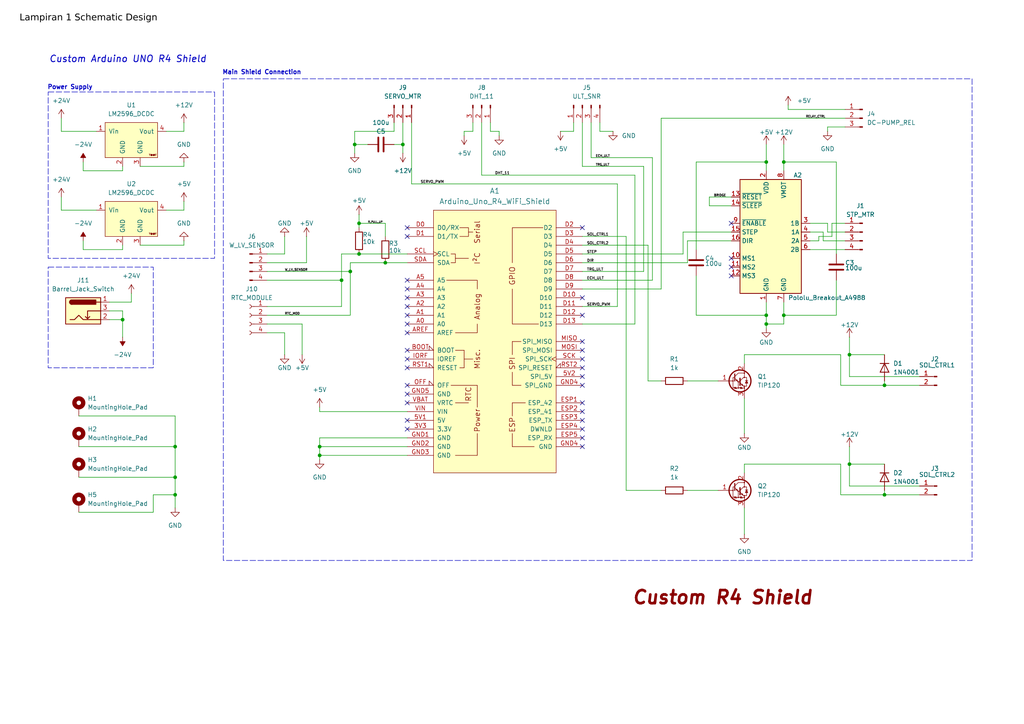
<source format=kicad_sch>
(kicad_sch (version 20231120) (generator "eeschema") (generator_version "8.0")
  (paper "A4")
  (title_block (title "Custom Arduino UNO R4 Shield") (date "2024-02-26") (rev "Rev/01") (company "Muhammad Farid Rahman"))
  (lib_symbols
    (symbol "Connector:Barrel_Jack_Switch" (pin_names hide)
      (property "Reference" "J" (at 0 5.334 0))
      (property "Value" "Barrel_Jack_Switch" (at 0 -5.08 0))
      (symbol "Barrel_Jack_Switch_0_1"
        (rectangle (start -5.08 3.81) (end 5.08 -3.81) (stroke (width 0.254)) (fill (type background)))
        (arc (start -3.302 3.175) (mid -3.9343 2.54) (end -3.302 1.905) (stroke (width 0.254)))
        (arc (start -3.302 3.175) (mid -3.9343 2.54) (end -3.302 1.905) (stroke (width 0.254)) (fill (type outline)))
        (polyline (pts (xy 1.27 -2.286) (xy 1.905 -1.651)) (stroke (width 0.254)))
        (polyline (pts (xy 5.08 2.54) (xy 3.81 2.54)) (stroke (width 0.254)))
        (polyline (pts (xy 5.08 0) (xy 1.27 0) (xy 1.27 -2.286) (xy 0.635 -1.651)) (stroke (width 0.254)))
        (polyline (pts (xy -3.81 -2.54) (xy -2.54 -2.54) (xy -1.27 -1.27) (xy 0 -2.54) (xy 2.54 -2.54) (xy 5.08 -2.54)) (stroke (width 0.254)))
        (rectangle (start 3.683 3.175) (end -3.302 1.905) (stroke (width 0.254)) (fill (type outline)))
      )
      (symbol "Barrel_Jack_Switch_1_1"
        (pin passive line (at 7.62 2.54 180) (length 2.54) (name "~") (number "1"))
        (pin passive line (at 7.62 -2.54 180) (length 2.54) (name "~") (number "2"))
        (pin passive line (at 7.62 0 180) (length 2.54) (name "~") (number "3"))
      )
    )
    (symbol "Connector:Conn_01x02_Pin" (pin_names (offset 1.016) hide)
      (property "Reference" "J" (at 0 2.54 0))
      (property "Value" "Conn_01x02_Pin" (at 0 -5.08 0))
      (symbol "Conn_01x02_Pin_1_1"
        (polyline (pts (xy 1.27 -2.54) (xy 0.8636 -2.54)) (stroke (width 0.1524)))
        (polyline (pts (xy 1.27 0) (xy 0.8636 0)) (stroke (width 0.1524)))
        (rectangle (start 0.8636 -2.413) (end 0 -2.667) (stroke (width 0.1524)) (fill (type outline)))
        (rectangle (start 0.8636 0.127) (end 0 -0.127) (stroke (width 0.1524)) (fill (type outline)))
        (pin passive line (at 5.08 0 180) (length 3.81) (name "Pin_1") (number "1"))
        (pin passive line (at 5.08 -2.54 180) (length 3.81) (name "Pin_2") (number "2"))
      )
    )
    (symbol "Connector:Conn_01x03_Pin" (pin_names (offset 1.016) hide)
      (property "Reference" "J" (at 0 5.08 0))
      (property "Value" "Conn_01x03_Pin" (at 0 -5.08 0))
      (symbol "Conn_01x03_Pin_1_1"
        (polyline (pts (xy 1.27 -2.54) (xy 0.8636 -2.54)) (stroke (width 0.1524)))
        (polyline (pts (xy 1.27 0) (xy 0.8636 0)) (stroke (width 0.1524)))
        (polyline (pts (xy 1.27 2.54) (xy 0.8636 2.54)) (stroke (width 0.1524)))
        (rectangle (start 0.8636 -2.413) (end 0 -2.667) (stroke (width 0.1524)) (fill (type outline)))
        (rectangle (start 0.8636 0.127) (end 0 -0.127) (stroke (width 0.1524)) (fill (type outline)))
        (rectangle (start 0.8636 2.667) (end 0 2.413) (stroke (width 0.1524)) (fill (type outline)))
        (pin passive line (at 5.08 2.54 180) (length 3.81) (name "Pin_1") (number "1"))
        (pin passive line (at 5.08 0 180) (length 3.81) (name "Pin_2") (number "2"))
        (pin passive line (at 5.08 -2.54 180) (length 3.81) (name "Pin_3") (number "3"))
      )
    )
    (symbol "Connector:Conn_01x04_Pin" (pin_names (offset 1.016) hide)
      (property "Reference" "J" (at 0 5.08 0))
      (property "Value" "Conn_01x04_Pin" (at 0 -7.62 0))
      (symbol "Conn_01x04_Pin_1_1"
        (polyline (pts (xy 1.27 -5.08) (xy 0.8636 -5.08)) (stroke (width 0.1524)))
        (polyline (pts (xy 1.27 -2.54) (xy 0.8636 -2.54)) (stroke (width 0.1524)))
        (polyline (pts (xy 1.27 0) (xy 0.8636 0)) (stroke (width 0.1524)))
        (polyline (pts (xy 1.27 2.54) (xy 0.8636 2.54)) (stroke (width 0.1524)))
        (rectangle (start 0.8636 -4.953) (end 0 -5.207) (stroke (width 0.1524)) (fill (type outline)))
        (rectangle (start 0.8636 -2.413) (end 0 -2.667) (stroke (width 0.1524)) (fill (type outline)))
        (rectangle (start 0.8636 0.127) (end 0 -0.127) (stroke (width 0.1524)) (fill (type outline)))
        (rectangle (start 0.8636 2.667) (end 0 2.413) (stroke (width 0.1524)) (fill (type outline)))
        (pin passive line (at 5.08 2.54 180) (length 3.81) (name "Pin_1") (number "1"))
        (pin passive line (at 5.08 0 180) (length 3.81) (name "Pin_2") (number "2"))
        (pin passive line (at 5.08 -2.54 180) (length 3.81) (name "Pin_3") (number "3"))
        (pin passive line (at 5.08 -5.08 180) (length 3.81) (name "Pin_4") (number "4"))
      )
    )
    (symbol "Connector:Conn_01x04_Socket" (pin_names (offset 1.016) hide)
      (property "Reference" "J" (at 0 5.08 0))
      (property "Value" "Conn_01x04_Socket" (at 0 -7.62 0))
      (symbol "Conn_01x04_Socket_1_1"
        (arc (start 0 -4.572) (mid -0.5058 -5.08) (end 0 -5.588) (stroke (width 0.1524)))
        (arc (start 0 -2.032) (mid -0.5058 -2.54) (end 0 -3.048) (stroke (width 0.1524)))
        (polyline (pts (xy -1.27 -5.08) (xy -0.508 -5.08)) (stroke (width 0.1524)))
        (polyline (pts (xy -1.27 -2.54) (xy -0.508 -2.54)) (stroke (width 0.1524)))
        (polyline (pts (xy -1.27 0) (xy -0.508 0)) (stroke (width 0.1524)))
        (polyline (pts (xy -1.27 2.54) (xy -0.508 2.54)) (stroke (width 0.1524)))
        (arc (start 0 0.508) (mid -0.5058 0) (end 0 -0.508) (stroke (width 0.1524)))
        (arc (start 0 3.048) (mid -0.5058 2.54) (end 0 2.032) (stroke (width 0.1524)))
        (pin passive line (at -5.08 2.54 0) (length 3.81) (name "Pin_1") (number "1"))
        (pin passive line (at -5.08 0 0) (length 3.81) (name "Pin_2") (number "2"))
        (pin passive line (at -5.08 -2.54 0) (length 3.81) (name "Pin_3") (number "3"))
        (pin passive line (at -5.08 -5.08 0) (length 3.81) (name "Pin_4") (number "4"))
      )
    )
    (symbol "Device:C" (pin_numbers hide) (pin_names (offset 0.254))
      (property "Reference" "C" (at 0.635 2.54 0))
      (property "Value" "C" (at 0.635 -2.54 0))
      (symbol "C_0_1"
        (polyline (pts (xy -2.032 -0.762) (xy 2.032 -0.762)) (stroke (width 0.508)))
        (polyline (pts (xy -2.032 0.762) (xy 2.032 0.762)) (stroke (width 0.508)))
      )
      (symbol "C_1_1"
        (pin passive line (at 0 3.81 270) (length 2.794) (name "~") (number "1"))
        (pin passive line (at 0 -3.81 90) (length 2.794) (name "~") (number "2"))
      )
    )
    (symbol "Device:R" (pin_numbers hide) (pin_names (offset 0))
      (property "Reference" "R" (at 2.032 0 90))
      (property "Value" "R" (at 0 0 90))
      (symbol "R_0_1"
        (rectangle (start -1.016 -2.54) (end 1.016 2.54) (stroke (width 0.254)))
      )
      (symbol "R_1_1"
        (pin passive line (at 0 3.81 270) (length 1.27) (name "~") (number "1"))
        (pin passive line (at 0 -3.81 90) (length 1.27) (name "~") (number "2"))
      )
    )
    (symbol "Diode:1N4001" (pin_numbers hide) (pin_names hide)
      (property "Reference" "D" (at 0 2.54 0))
      (property "Value" "1N4001" (at 0 -2.54 0))
      (symbol "1N4001_0_1"
        (polyline (pts (xy -1.27 1.27) (xy -1.27 -1.27)) (stroke (width 0.254)))
        (polyline (pts (xy 1.27 0) (xy -1.27 0)))
        (polyline (pts (xy 1.27 1.27) (xy 1.27 -1.27) (xy -1.27 0) (xy 1.27 1.27)) (stroke (width 0.254)))
      )
      (symbol "1N4001_1_1"
        (pin passive line (at -3.81 0 0) (length 2.54) (name "K") (number "1"))
        (pin passive line (at 3.81 0 180) (length 2.54) (name "A") (number "2"))
      )
    )
    (symbol "Driver_Motor:Pololu_Breakout_A4988"
      (property "Reference" "A" (at -2.54 19.05 0))
      (property "Value" "Pololu_Breakout_A4988" (at -2.54 16.51 0))
      (symbol "Pololu_Breakout_A4988_0_1"
        (rectangle (start 10.16 -17.78) (end -7.62 15.24) (stroke (width 0.254)) (fill (type background)))
      )
      (symbol "Pololu_Breakout_A4988_1_1"
        (pin power_in line (at 0 -20.32 90) (length 2.54) (name "GND") (number "1"))
        (pin input line (at -10.16 -7.62 0) (length 2.54) (name "MS1") (number "10"))
        (pin input line (at -10.16 -10.16 0) (length 2.54) (name "MS2") (number "11"))
        (pin input line (at -10.16 -12.7 0) (length 2.54) (name "MS3") (number "12"))
        (pin input line (at -10.16 10.16 0) (length 2.54) (name "~{RESET}") (number "13"))
        (pin input line (at -10.16 7.62 0) (length 2.54) (name "~{SLEEP}") (number "14"))
        (pin input line (at -10.16 0 0) (length 2.54) (name "STEP") (number "15"))
        (pin input line (at -10.16 -2.54 0) (length 2.54) (name "DIR") (number "16"))
        (pin power_in line (at 0 17.78 270) (length 2.54) (name "VDD") (number "2"))
        (pin output line (at 12.7 2.54 180) (length 2.54) (name "1B") (number "3"))
        (pin output line (at 12.7 0 180) (length 2.54) (name "1A") (number "4"))
        (pin output line (at 12.7 -2.54 180) (length 2.54) (name "2A") (number "5"))
        (pin output line (at 12.7 -5.08 180) (length 2.54) (name "2B") (number "6"))
        (pin power_in line (at 5.08 -20.32 90) (length 2.54) (name "GND") (number "7"))
        (pin power_in line (at 5.08 17.78 270) (length 2.54) (name "VMOT") (number "8"))
        (pin input line (at -10.16 2.54 0) (length 2.54) (name "~{ENABLE}") (number "9"))
      )
    )
    (symbol "Mechanical:MountingHole_Pad" (pin_numbers hide) (pin_names (offset 1.016) hide)
      (property "Reference" "H" (at 0 6.35 0))
      (property "Value" "MountingHole_Pad" (at 0 4.445 0))
      (symbol "MountingHole_Pad_0_1"
        (circle (center 0 1.27) (radius 1.27) (stroke (width 1.27)))
      )
      (symbol "MountingHole_Pad_1_1"
        (pin input line (at 0 -2.54 90) (length 2.54) (name "1") (number "1"))
      )
    )
    (symbol "PCM_arduino-library:Arduino_Uno_R4_WiFi_Shield" (pin_names (offset 1.016))
      (property "Reference" "A" (at 0 43.18 0))
      (property "Value" "Arduino_Uno_R4_WiFi_Shield" (at 0 40.64 0))
      (symbol "Arduino_Uno_R4_WiFi_Shield_0_0"
        (rectangle (start -17.78 38.1) (end 17.78 -38.1) (fill (type background)))
        (rectangle (start -12.7 -12.7) (end -5.08 -12.7))
        (rectangle (start -11.43 -33.02) (end -5.08 -33.02))
        (rectangle (start -10.16 -7.62) (end -8.89 -7.62))
        (rectangle (start -8.89 -7.62) (end -8.89 -2.54))
        (rectangle (start -8.89 -5.08) (end -6.35 -5.08))
        (rectangle (start -8.89 -2.54) (end -11.43 -2.54))
        (polyline (pts (xy -11.43 24.13) (xy -7.62 24.13)))
        (polyline (pts (xy -7.62 31.75) (xy -6.35 31.75)))
        (polyline (pts (xy -5.08 -26.67) (xy -5.08 -33.02)))
        (polyline (pts (xy -5.08 -12.7) (xy -5.08 -19.05)))
        (polyline (pts (xy -5.08 5.08) (xy -5.08 2.54) (xy -11.43 2.54)))
        (polyline (pts (xy -5.08 15.24) (xy -5.08 17.78) (xy -13.97 17.78)))
        (polyline (pts (xy 5.08 15.24) (xy 5.08 5.08) (xy 12.7 5.08)))
        (polyline (pts (xy 5.08 22.86) (xy 5.08 33.02) (xy 13.97 33.02)))
        (polyline (pts (xy -12.7 25.4) (xy -11.43 25.4) (xy -11.43 22.86) (xy -12.7 22.86)))
        (polyline (pts (xy -10.16 33.02) (xy -7.62 33.02) (xy -7.62 30.48) (xy -10.16 30.48)))
        (rectangle (start 5.08 -30.48) (end 5.08 -26.67))
        (rectangle (start 5.08 -30.48) (end 11.43 -30.48))
        (rectangle (start 5.08 -21.59) (end 5.08 -17.78))
        (rectangle (start 5.08 -17.78) (end 8.89 -17.78))
        (rectangle (start 5.08 -12.7) (end 5.08 -8.89))
        (rectangle (start 5.08 -12.7) (end 7.62 -12.7))
        (rectangle (start 5.08 -3.81) (end 5.08 0))
        (rectangle (start 7.62 0) (end 5.08 0))
        (text "Analog" (at -5.08 10.16 900) (effects (font (size 1.524 1.524))))
        (text "ESP" (at 5.08 -24.13 900) (effects (font (size 1.524 1.524))))
        (text "I²C" (at -5.08 24.13 900) (effects (font (size 1.524 1.524))))
        (text "Misc." (at -5.08 -5.08 900) (effects (font (size 1.524 1.524))))
        (text "Power" (at -5.08 -22.86 900) (effects (font (size 1.524 1.524))))
        (text "RTC" (at -7.62 -15.24 900) (effects (font (size 1.524 1.524))))
        (text "Serial" (at -5.08 31.75 900) (effects (font (size 1.524 1.524))))
        (text "SPI" (at 5.08 -6.35 900) (effects (font (size 1.524 1.524))))
      )
      (symbol "Arduino_Uno_R4_WiFi_Shield_0_1"
        (polyline (pts (xy -11.43 -17.78) (xy -7.62 -17.78)))
      )
      (symbol "Arduino_Uno_R4_WiFi_Shield_1_0"
        (text "GPIO" (at 5.08 19.05 900) (effects (font (size 1.524 1.524))))
      )
      (symbol "Arduino_Uno_R4_WiFi_Shield_1_1"
        (pin power_out line (at -25.4 -25.4 0) (length 7.62) (name "3.3V") (number "3V3"))
        (pin power_in line (at -25.4 -22.86 0) (length 7.62) (name "5V") (number "5V1"))
        (pin power_in line (at 25.4 -10.16 180) (length 7.62) (name "SPI_5V") (number "5V2"))
        (pin bidirectional line (at -25.4 5.08 0) (length 7.62) (name "A0") (number "A0"))
        (pin bidirectional line (at -25.4 7.62 0) (length 7.62) (name "A1") (number "A1"))
        (pin bidirectional line (at -25.4 10.16 0) (length 7.62) (name "A2") (number "A2"))
        (pin bidirectional line (at -25.4 12.7 0) (length 7.62) (name "A3") (number "A3"))
        (pin bidirectional line (at -25.4 15.24 0) (length 7.62) (name "A4") (number "A4"))
        (pin bidirectional line (at -25.4 17.78 0) (length 7.62) (name "A5") (number "A5"))
        (pin input line (at -25.4 2.54 0) (length 7.62) (name "AREF") (number "AREF"))
        (pin input input_low (at -25.4 -2.54 0) (length 7.62) (name "BOOT") (number "BOOT"))
        (pin bidirectional line (at -25.4 33.02 0) (length 7.62) (name "D0/RX") (number "D0"))
        (pin bidirectional line (at -25.4 30.48 0) (length 7.62) (name "D1/TX") (number "D1"))
        (pin bidirectional line (at 25.4 12.7 180) (length 7.62) (name "D10") (number "D10"))
        (pin bidirectional line (at 25.4 10.16 180) (length 7.62) (name "D11") (number "D11"))
        (pin bidirectional line (at 25.4 7.62 180) (length 7.62) (name "D12") (number "D12"))
        (pin bidirectional line (at 25.4 5.08 180) (length 7.62) (name "D13") (number "D13"))
        (pin bidirectional line (at 25.4 33.02 180) (length 7.62) (name "D2") (number "D2"))
        (pin bidirectional line (at 25.4 30.48 180) (length 7.62) (name "D3") (number "D3"))
        (pin bidirectional line (at 25.4 27.94 180) (length 7.62) (name "D4") (number "D4"))
        (pin bidirectional line (at 25.4 25.4 180) (length 7.62) (name "D5") (number "D5"))
        (pin bidirectional line (at 25.4 22.86 180) (length 7.62) (name "D6") (number "D6"))
        (pin bidirectional line (at 25.4 20.32 180) (length 7.62) (name "D7") (number "D7"))
        (pin bidirectional line (at 25.4 17.78 180) (length 7.62) (name "D8") (number "D8"))
        (pin bidirectional line (at 25.4 15.24 180) (length 7.62) (name "D9") (number "D9"))
        (pin bidirectional line (at 25.4 -17.78 180) (length 7.62) (name "ESP_42") (number "ESP1"))
        (pin bidirectional line (at 25.4 -20.32 180) (length 7.62) (name "ESP_41") (number "ESP2"))
        (pin bidirectional line (at 25.4 -22.86 180) (length 7.62) (name "ESP_TX") (number "ESP3"))
        (pin bidirectional line (at 25.4 -25.4 180) (length 7.62) (name "DWNLD") (number "ESP4"))
        (pin bidirectional line (at 25.4 -27.94 180) (length 7.62) (name "ESP_RX") (number "ESP5"))
        (pin power_in line (at -25.4 -27.94 0) (length 7.62) (name "GND") (number "GND1"))
        (pin power_in line (at -25.4 -30.48 0) (length 7.62) (name "GND") (number "GND2"))
        (pin power_in line (at -25.4 -33.02 0) (length 7.62) (name "GND") (number "GND3"))
        (pin power_in line (at 25.4 -30.48 180) (length 7.62) (name "GND") (number "GND4"))
        (pin power_in line (at 25.4 -12.7 180) (length 7.62) (name "SPI_GND") (number "GND4"))
        (pin power_in line (at -25.4 -15.24 0) (length 7.62) (name "GND") (number "GND5"))
        (pin output line (at -25.4 -5.08 0) (length 7.62) (name "IOREF") (number "IORF"))
        (pin input line (at 25.4 0 180) (length 7.62) (name "SPI_MISO") (number "MISO"))
        (pin output line (at 25.4 -2.54 180) (length 7.62) (name "SPI_MOSI") (number "MOSI"))
        (pin input input_low (at -25.4 -12.7 0) (length 7.62) (name "OFF") (number "OFF"))
        (pin open_collector input_low (at -25.4 -7.62 0) (length 7.62) (name "RESET") (number "RST1"))
        (pin open_collector input_low (at 25.4 -7.62 180) (length 7.62) (name "SPI_RESET") (number "RST2"))
        (pin output clock (at 25.4 -5.08 180) (length 7.62) (name "SPI_SCK") (number "SCK"))
        (pin bidirectional clock (at -25.4 25.4 0) (length 7.62) (name "SCL") (number "SCL"))
        (pin bidirectional line (at -25.4 22.86 0) (length 7.62) (name "SDA") (number "SDA"))
        (pin power_in line (at -25.4 -17.78 0) (length 7.62) (name "VRTC") (number "VBAT"))
        (pin power_in line (at -25.4 -20.32 0) (length 7.62) (name "VIN") (number "VIN"))
      )
    )
    (symbol "Transistor_BJT:TIP120" (pin_names (offset 0) hide)
      (property "Reference" "Q" (at 5.08 1.905 0))
      (property "Value" "TIP120" (at 5.08 0 0))
      (symbol "TIP120_0_1"
        (circle (center -0.762 0) (radius 0.127))
        (polyline (pts (xy -1.27 0) (xy -0.889 0)))
        (polyline (pts (xy 2.54 -2.032) (xy 2.54 -2.54)))
        (polyline (pts (xy 2.54 -1.524) (xy 3.175 -1.524)))
        (polyline (pts (xy 2.794 0.127) (xy 3.556 0.127)))
        (polyline (pts (xy 3.175 -0.635) (xy 3.175 -1.524)))
        (polyline (pts (xy 3.175 1.016) (xy 2.54 1.016)))
        (polyline (pts (xy 3.175 1.016) (xy 3.175 0.127)))
        (polyline (pts (xy -0.254 0.762) (xy 0.762 -0.254) (xy 1.27 -0.254)))
        (polyline (pts (xy -0.254 1.016) (xy -0.762 1.016) (xy -0.762 -2.032)))
        (polyline (pts (xy -0.254 1.27) (xy 0.762 2.286) (xy 2.54 2.286)))
        (polyline (pts (xy -0.254 2.032) (xy -0.254 0) (xy -0.254 0)) (stroke (width 0.3048)))
        (polyline (pts (xy 1.27 0.762) (xy 1.27 -1.27) (xy 1.27 -1.27)) (stroke (width 0.381)))
        (polyline (pts (xy 0.635 -0.127) (xy 0.381 0.381) (xy 0.127 0.127) (xy 0.635 -0.127)))
        (polyline (pts (xy 1.27 -0.508) (xy 2.286 -1.524) (xy 2.54 -1.524) (xy 2.54 -2.032)))
        (polyline (pts (xy 1.27 0) (xy 2.286 1.016) (xy 2.54 1.016) (xy 2.54 2.286)))
        (polyline (pts (xy 2.159 -1.397) (xy 1.905 -0.889) (xy 1.651 -1.143) (xy 2.159 -1.397)))
        (polyline (pts (xy 3.175 0.127) (xy 2.794 -0.635) (xy 3.556 -0.635) (xy 3.175 0.127)) (fill (type outline)))
        (polyline (pts (xy 0.762 -2.032) (xy 0.381 -2.032) (xy 0.254 -2.286) (xy 0.127 -1.778) (xy 0 -2.286) (xy -0.127 -1.778) (xy -0.254 -2.286) (xy -0.381 -1.778) (xy -0.508 -2.032) (xy -0.762 -2.032)))
        (polyline (pts (xy 0.762 -0.254) (xy 0.762 -2.032) (xy 1.143 -2.032) (xy 1.27 -1.778) (xy 1.397 -2.286) (xy 1.524 -1.778) (xy 1.651 -2.286) (xy 1.778 -1.778) (xy 1.905 -2.286) (xy 2.032 -2.032) (xy 2.54 -2.032)))
        (circle (center 0.762 -2.032) (radius 0.127))
        (circle (center 0.762 -0.254) (radius 0.127))
        (circle (center 1.27 0) (radius 3.175) (stroke (width 0.3556)))
        (circle (center 2.54 -2.032) (radius 0.127))
        (circle (center 2.54 -1.524) (radius 0.127))
        (circle (center 2.54 1.016) (radius 0.127))
        (circle (center 2.54 2.286) (radius 0.127))
      )
      (symbol "TIP120_1_1"
        (pin input line (at -5.08 0 0) (length 3.81) (name "B") (number "1"))
        (pin passive line (at 2.54 5.08 270) (length 2.667) (name "C") (number "2"))
        (pin passive line (at 2.54 -5.08 90) (length 2.54) (name "E") (number "3"))
      )
    )
    (symbol "power:+12V" (power) (pin_numbers hide) (pin_names (offset 0) hide)
      (property "Value" "+12V" (at 0 3.556 0))
      (symbol "+12V_0_1"
        (polyline (pts (xy -0.762 1.27) (xy 0 2.54)))
        (polyline (pts (xy 0 0) (xy 0 2.54)))
        (polyline (pts (xy 0 2.54) (xy 0.762 1.27)))
      )
      (symbol "+12V_1_1"
        (pin power_in line (at 0 0 90) (length 0) (name "~") (number "1"))
      )
    )
    (symbol "power:+24V" (power) (pin_numbers hide) (pin_names (offset 0) hide)
      (property "Value" "+24V" (at 0 3.556 0))
      (symbol "+24V_0_1"
        (polyline (pts (xy -0.762 1.27) (xy 0 2.54)))
        (polyline (pts (xy 0 0) (xy 0 2.54)))
        (polyline (pts (xy 0 2.54) (xy 0.762 1.27)))
      )
      (symbol "+24V_1_1"
        (pin power_in line (at 0 0 90) (length 0) (name "~") (number "1"))
      )
    )
    (symbol "power:+5V" (power) (pin_numbers hide) (pin_names (offset 0) hide)
      (property "Value" "+5V" (at 0 3.556 0))
      (symbol "+5V_0_1"
        (polyline (pts (xy -0.762 1.27) (xy 0 2.54)))
        (polyline (pts (xy 0 0) (xy 0 2.54)))
        (polyline (pts (xy 0 2.54) (xy 0.762 1.27)))
      )
      (symbol "+5V_1_1"
        (pin power_in line (at 0 0 90) (length 0) (name "~") (number "1"))
      )
    )
    (symbol "power:-24V" (power) (pin_numbers hide) (pin_names (offset 0) hide)
      (property "Value" "-24V" (at 0 3.556 0))
      (symbol "-24V_0_0"
        (pin power_in line (at 0 0 90) (length 0) (name "~") (number "1"))
      )
      (symbol "-24V_0_1"
        (polyline (pts (xy 0 0) (xy 0 1.27) (xy 0.762 1.27) (xy 0 2.54) (xy -0.762 1.27) (xy 0 1.27)) (fill (type outline)))
      )
    )
    (symbol "power:GND" (power) (pin_numbers hide) (pin_names (offset 0) hide)
      (property "Value" "GND" (at 0 -3.81 0))
      (symbol "GND_0_1"
        (polyline (pts (xy 0 0) (xy 0 -1.27) (xy 1.27 -1.27) (xy 0 -2.54) (xy -1.27 -1.27) (xy 0 -1.27)))
      )
      (symbol "GND_1_1"
        (pin power_in line (at 0 0 270) (length 0) (name "~") (number "1"))
      )
    )
    (symbol "yaaj_dcdc_stepdown_lm2596:YAAJ_DCDC_StepDown_LM2596" (pin_names (offset 1.016))
      (property "Reference" "U" (at -5.08 6.35 0))
      (property "Value" "YAAJ_DCDC_StepDown_LM2596" (at 0 11.43 0))
      (symbol "YAAJ_DCDC_StepDown_LM2596_0_1"
        (rectangle (start -7.62 5.08) (end 7.62 -5.08) (fill (type background)))
      )
      (symbol "YAAJ_DCDC_StepDown_LM2596_1_1"
        (text "Y@@V" (at 6.1976 -4.2672 0) (effects (font (size 0.508 0.508))))
        (pin power_in line (at -10.16 2.54 0) (length 2.54) (name "Vin") (number "1"))
        (pin power_in line (at -2.54 -7.62 90) (length 2.54) (name "GND") (number "2"))
        (pin power_in line (at 2.54 -7.62 90) (length 2.54) (name "GND") (number "3"))
        (pin power_out line (at 10.16 2.54 180) (length 2.54) (name "Vout") (number "4"))
      )
    )
  )
  (junction (at 222.25 93.98))
  (junction (at 116.84 41.91))
  (junction (at 111.76 76.2))
  (junction (at 104.14 73.66))
  (junction (at 246.38 102.87))
  (junction (at 102.87 41.91))
  (junction (at 50.8 129.54))
  (junction (at 35.56 92.71))
  (junction (at 101.6 78.74))
  (junction (at 256.54 143.51))
  (junction (at 256.54 111.76))
  (junction (at 92.71 132.08))
  (junction (at 99.06 81.28))
  (junction (at 227.33 46.99))
  (junction (at 104.14 64.77))
  (junction (at 222.25 46.99))
  (junction (at 50.8 138.43))
  (junction (at 50.8 143.51))
  (junction (at 92.71 129.54))
  (junction (at 246.38 134.62))
  (junction (at 227.33 91.44))
  (junction (at 222.25 91.44))
  (no_connect (at 118.11 114.3))
  (no_connect (at 168.91 129.54))
  (no_connect (at 118.11 124.46))
  (no_connect (at 118.11 81.28))
  (no_connect (at 118.11 66.04))
  (no_connect (at 168.91 106.68))
  (no_connect (at 118.11 101.6))
  (no_connect (at 118.11 111.76))
  (no_connect (at 168.91 66.04))
  (no_connect (at 168.91 111.76))
  (no_connect (at 212.09 64.77))
  (no_connect (at 168.91 116.84))
  (no_connect (at 118.11 88.9))
  (no_connect (at 118.11 106.68))
  (no_connect (at 168.91 99.06))
  (no_connect (at 118.11 116.84))
  (no_connect (at 212.09 77.47))
  (no_connect (at 168.91 119.38))
  (no_connect (at 168.91 86.36))
  (no_connect (at 168.91 127))
  (no_connect (at 118.11 86.36))
  (no_connect (at 118.11 91.44))
  (no_connect (at 118.11 93.98))
  (no_connect (at 118.11 121.92))
  (no_connect (at 118.11 96.52))
  (no_connect (at 168.91 104.14))
  (no_connect (at 168.91 124.46))
  (no_connect (at 118.11 104.14))
  (no_connect (at 212.09 74.93))
  (no_connect (at 118.11 68.58))
  (no_connect (at 168.91 121.92))
  (no_connect (at 168.91 91.44))
  (no_connect (at 118.11 83.82))
  (no_connect (at 168.91 109.22))
  (no_connect (at 212.09 80.01))
  (no_connect (at 168.91 101.6))
  (wire (pts (xy 31.75 90.17) (xy 35.56 90.17)))
  (wire (pts (xy 215.9 147.32) (xy 215.9 154.94)))
  (wire (pts (xy 184.15 50.8) (xy 184.15 93.98)))
  (wire (pts (xy 82.55 96.52) (xy 82.55 102.87)))
  (wire (pts (xy 139.7 35.56) (xy 139.7 50.8)))
  (wire (pts (xy 104.14 64.77) (xy 111.76 64.77)))
  (wire (pts (xy 215.9 134.62) (xy 243.84 134.62)))
  (wire (pts (xy 234.95 67.31) (xy 238.76 67.31)))
  (wire (pts (xy 50.8 138.43) (xy 50.8 143.51)))
  (wire (pts (xy 99.06 73.66) (xy 104.14 73.66)))
  (wire (pts (xy 77.47 73.66) (xy 82.55 73.66)))
  (wire (pts (xy 102.87 41.91) (xy 106.68 41.91)))
  (wire (pts (xy 92.71 132.08) (xy 118.11 132.08)))
  (wire (pts (xy 35.56 48.26) (xy 35.56 49.53)))
  (wire (pts (xy 245.11 69.85) (xy 238.76 69.85)))
  (wire (pts (xy 168.91 35.56) (xy 168.91 48.26)))
  (wire (pts (xy 92.71 132.08) (xy 92.71 133.35)))
  (wire (pts (xy 256.54 142.24) (xy 256.54 143.51)))
  (wire (pts (xy 181.61 68.58) (xy 181.61 142.24)))
  (wire (pts (xy 186.69 78.74) (xy 168.91 78.74)))
  (wire (pts (xy 111.76 76.2) (xy 118.11 76.2)))
  (wire (pts (xy 168.91 73.66) (xy 198.12 73.66)))
  (wire (pts (xy 234.95 69.85) (xy 237.49 69.85)))
  (wire (pts (xy 38.1 85.09) (xy 38.1 87.63)))
  (wire (pts (xy 168.91 88.9) (xy 179.07 88.9)))
  (wire (pts (xy 215.9 102.87) (xy 243.84 102.87)))
  (wire (pts (xy 228.6 31.75) (xy 228.6 30.48)))
  (wire (pts (xy 246.38 134.62) (xy 256.54 134.62)))
  (wire (pts (xy 191.77 34.29) (xy 245.11 34.29)))
  (wire (pts (xy 246.38 97.79) (xy 246.38 102.87)))
  (wire (pts (xy 142.24 38.1) (xy 144.78 38.1)))
  (wire (pts (xy 102.87 41.91) (xy 102.87 44.45)))
  (wire (pts (xy 162.56 38.1) (xy 166.37 38.1)))
  (wire (pts (xy 104.14 64.77) (xy 104.14 66.04)))
  (wire (pts (xy 77.47 93.98) (xy 87.63 93.98)))
  (wire (pts (xy 111.76 76.2) (xy 101.6 76.2)))
  (wire (pts (xy 102.87 38.1) (xy 102.87 41.91)))
  (wire (pts (xy 114.3 35.56) (xy 114.3 38.1)))
  (wire (pts (xy 240.03 36.83) (xy 245.11 36.83)))
  (wire (pts (xy 35.56 90.17) (xy 35.56 92.71)))
  (wire (pts (xy 222.25 91.44) (xy 222.25 87.63)))
  (wire (pts (xy 215.9 134.62) (xy 215.9 137.16)))
  (wire (pts (xy 92.71 127) (xy 92.71 129.54)))
  (wire (pts (xy 177.8 38.1) (xy 173.99 38.1)))
  (wire (pts (xy 243.84 111.76) (xy 256.54 111.76)))
  (wire (pts (xy 77.47 81.28) (xy 99.06 81.28)))
  (wire (pts (xy 198.12 67.31) (xy 198.12 73.66)))
  (wire (pts (xy 53.34 38.1) (xy 53.34 35.56)))
  (wire (pts (xy 92.71 118.11) (xy 92.71 119.38)))
  (wire (pts (xy 222.25 93.98) (xy 222.25 95.25)))
  (wire (pts (xy 222.25 91.44) (xy 222.25 93.98)))
  (wire (pts (xy 242.57 73.66) (xy 242.57 46.99)))
  (wire (pts (xy 246.38 134.62) (xy 246.38 140.97)))
  (wire (pts (xy 139.7 50.8) (xy 184.15 50.8)))
  (wire (pts (xy 111.76 68.58) (xy 111.76 64.77)))
  (wire (pts (xy 88.9 76.2) (xy 88.9 68.58)))
  (wire (pts (xy 53.34 46.99) (xy 53.34 48.26)))
  (wire (pts (xy 201.93 80.01) (xy 201.93 91.44)))
  (wire (pts (xy 35.56 92.71) (xy 35.56 97.79)))
  (wire (pts (xy 266.7 109.22) (xy 246.38 109.22)))
  (wire (pts (xy 191.77 34.29) (xy 191.77 83.82)))
  (wire (pts (xy 24.13 46.99) (xy 24.13 49.53)))
  (wire (pts (xy 44.45 148.59) (xy 44.45 143.51)))
  (wire (pts (xy 201.93 91.44) (xy 222.25 91.44)))
  (wire (pts (xy 199.39 142.24) (xy 208.28 142.24)))
  (wire (pts (xy 191.77 83.82) (xy 168.91 83.82)))
  (wire (pts (xy 87.63 93.98) (xy 87.63 102.87)))
  (wire (pts (xy 240.03 38.1) (xy 240.03 36.83)))
  (wire (pts (xy 187.96 110.49) (xy 191.77 110.49)))
  (wire (pts (xy 31.75 92.71) (xy 35.56 92.71)))
  (wire (pts (xy 101.6 91.44) (xy 77.47 91.44)))
  (wire (pts (xy 22.86 129.54) (xy 50.8 129.54)))
  (wire (pts (xy 48.26 38.1) (xy 53.34 38.1)))
  (wire (pts (xy 24.13 69.85) (xy 24.13 72.39)))
  (wire (pts (xy 234.95 72.39) (xy 245.11 72.39)))
  (wire (pts (xy 246.38 102.87) (xy 246.38 109.22)))
  (wire (pts (xy 44.45 143.51) (xy 50.8 143.51)))
  (wire (pts (xy 22.86 148.59) (xy 44.45 148.59)))
  (wire (pts (xy 17.78 60.96) (xy 27.94 60.96)))
  (wire (pts (xy 205.74 59.69) (xy 212.09 59.69)))
  (wire (pts (xy 228.6 31.75) (xy 245.11 31.75)))
  (wire (pts (xy 168.91 48.26) (xy 186.69 48.26)))
  (wire (pts (xy 237.49 69.85) (xy 237.49 68.58)))
  (wire (pts (xy 227.33 87.63) (xy 227.33 91.44)))
  (wire (pts (xy 53.34 48.26) (xy 40.64 48.26)))
  (wire (pts (xy 35.56 71.12) (xy 35.56 72.39)))
  (wire (pts (xy 243.84 143.51) (xy 243.84 134.62)))
  (wire (pts (xy 134.62 38.1) (xy 134.62 39.37)))
  (wire (pts (xy 142.24 35.56) (xy 142.24 38.1)))
  (wire (pts (xy 227.33 93.98) (xy 222.25 93.98)))
  (wire (pts (xy 240.03 67.31) (xy 245.11 67.31)))
  (wire (pts (xy 199.39 69.85) (xy 212.09 69.85)))
  (wire (pts (xy 246.38 102.87) (xy 256.54 102.87)))
  (wire (pts (xy 227.33 91.44) (xy 242.57 91.44)))
  (wire (pts (xy 168.91 76.2) (xy 199.39 76.2)))
  (wire (pts (xy 241.3 68.58) (xy 241.3 64.77)))
  (wire (pts (xy 234.95 64.77) (xy 240.03 64.77)))
  (wire (pts (xy 77.47 88.9) (xy 99.06 88.9)))
  (wire (pts (xy 189.23 81.28) (xy 168.91 81.28)))
  (wire (pts (xy 212.09 67.31) (xy 198.12 67.31)))
  (wire (pts (xy 114.3 41.91) (xy 116.84 41.91)))
  (wire (pts (xy 181.61 142.24) (xy 191.77 142.24)))
  (wire (pts (xy 227.33 46.99) (xy 227.33 49.53)))
  (wire (pts (xy 50.8 129.54) (xy 50.8 138.43)))
  (wire (pts (xy 243.84 143.51) (xy 256.54 143.51)))
  (wire (pts (xy 101.6 78.74) (xy 101.6 91.44)))
  (wire (pts (xy 179.07 53.34) (xy 179.07 88.9)))
  (wire (pts (xy 181.61 68.58) (xy 168.91 68.58)))
  (wire (pts (xy 22.86 120.65) (xy 50.8 120.65)))
  (wire (pts (xy 186.69 48.26) (xy 186.69 78.74)))
  (wire (pts (xy 256.54 110.49) (xy 256.54 111.76)))
  (wire (pts (xy 50.8 143.51) (xy 50.8 147.32)))
  (wire (pts (xy 48.26 60.96) (xy 53.34 60.96)))
  (wire (pts (xy 137.16 38.1) (xy 134.62 38.1)))
  (wire (pts (xy 118.11 129.54) (xy 92.71 129.54)))
  (wire (pts (xy 199.39 110.49) (xy 208.28 110.49)))
  (wire (pts (xy 166.37 35.56) (xy 166.37 38.1)))
  (wire (pts (xy 77.47 96.52) (xy 82.55 96.52)))
  (wire (pts (xy 266.7 140.97) (xy 246.38 140.97)))
  (wire (pts (xy 118.11 127) (xy 92.71 127)))
  (wire (pts (xy 205.74 57.15) (xy 212.09 57.15)))
  (wire (pts (xy 201.93 46.99) (xy 222.25 46.99)))
  (wire (pts (xy 50.8 120.65) (xy 50.8 129.54)))
  (wire (pts (xy 168.91 71.12) (xy 187.96 71.12)))
  (wire (pts (xy 77.47 76.2) (xy 88.9 76.2)))
  (wire (pts (xy 53.34 60.96) (xy 53.34 58.42)))
  (wire (pts (xy 38.1 87.63) (xy 31.75 87.63)))
  (wire (pts (xy 22.86 138.43) (xy 50.8 138.43)))
  (wire (pts (xy 189.23 45.72) (xy 189.23 81.28)))
  (wire (pts (xy 53.34 71.12) (xy 40.64 71.12)))
  (wire (pts (xy 187.96 71.12) (xy 187.96 110.49)))
  (wire (pts (xy 101.6 76.2) (xy 101.6 78.74)))
  (wire (pts (xy 119.38 35.56) (xy 119.38 53.34)))
  (wire (pts (xy 205.74 57.15) (xy 205.74 59.69)))
  (wire (pts (xy 104.14 62.23) (xy 104.14 64.77)))
  (wire (pts (xy 243.84 111.76) (xy 243.84 102.87)))
  (wire (pts (xy 241.3 64.77) (xy 245.11 64.77)))
  (wire (pts (xy 256.54 111.76) (xy 266.7 111.76)))
  (wire (pts (xy 99.06 88.9) (xy 99.06 81.28)))
  (wire (pts (xy 53.34 69.85) (xy 53.34 71.12)))
  (wire (pts (xy 137.16 35.56) (xy 137.16 38.1)))
  (wire (pts (xy 227.33 91.44) (xy 227.33 93.98)))
  (wire (pts (xy 144.78 38.1) (xy 144.78 39.37)))
  (wire (pts (xy 92.71 129.54) (xy 92.71 132.08)))
  (wire (pts (xy 227.33 41.91) (xy 227.33 46.99)))
  (wire (pts (xy 246.38 129.54) (xy 246.38 134.62)))
  (wire (pts (xy 242.57 91.44) (xy 242.57 81.28)))
  (wire (pts (xy 171.45 35.56) (xy 171.45 45.72)))
  (wire (pts (xy 215.9 115.57) (xy 215.9 125.73)))
  (wire (pts (xy 237.49 68.58) (xy 241.3 68.58)))
  (wire (pts (xy 222.25 46.99) (xy 222.25 49.53)))
  (wire (pts (xy 116.84 35.56) (xy 116.84 41.91)))
  (wire (pts (xy 99.06 81.28) (xy 99.06 73.66)))
  (wire (pts (xy 104.14 73.66) (xy 118.11 73.66)))
  (wire (pts (xy 173.99 35.56) (xy 173.99 38.1)))
  (wire (pts (xy 17.78 34.29) (xy 17.78 38.1)))
  (wire (pts (xy 227.33 46.99) (xy 242.57 46.99)))
  (wire (pts (xy 102.87 38.1) (xy 114.3 38.1)))
  (wire (pts (xy 92.71 119.38) (xy 118.11 119.38)))
  (wire (pts (xy 256.54 143.51) (xy 266.7 143.51)))
  (wire (pts (xy 17.78 57.15) (xy 17.78 60.96)))
  (wire (pts (xy 119.38 53.34) (xy 179.07 53.34)))
  (wire (pts (xy 171.45 45.72) (xy 189.23 45.72)))
  (wire (pts (xy 82.55 73.66) (xy 82.55 68.58)))
  (wire (pts (xy 116.84 41.91) (xy 116.84 44.45)))
  (wire (pts (xy 238.76 69.85) (xy 238.76 67.31)))
  (wire (pts (xy 222.25 41.91) (xy 222.25 46.99)))
  (wire (pts (xy 240.03 64.77) (xy 240.03 67.31)))
  (wire (pts (xy 201.93 72.39) (xy 201.93 46.99)))
  (wire (pts (xy 215.9 102.87) (xy 215.9 105.41)))
  (wire (pts (xy 77.47 78.74) (xy 101.6 78.74)))
  (wire (pts (xy 24.13 72.39) (xy 35.56 72.39)))
  (wire (pts (xy 199.39 69.85) (xy 199.39 76.2)))
  (wire (pts (xy 184.15 93.98) (xy 168.91 93.98)))
  (wire (pts (xy 17.78 38.1) (xy 27.94 38.1)))
  (wire (pts (xy 24.13 49.53) (xy 35.56 49.53)))
  (rectangle (start 13.97 26.67) (end 62.23 74.93) (stroke (width 0) (type dash)))
  (rectangle (start 64.77 22.86) (end 281.94 162.56) (stroke (width 0) (type dash)))
  (rectangle (start 13.97 77.47) (end 44.45 106.68) (stroke (width 0) (type dash)))
  (text "Custom Arduino UNO R4 Shield" (at 37.084 17.272 0) (effects (font (size 1.905 1.905) (thickness 0.254) (bold yes) (italic yes))))
  (text "Power Supply\n" (at 20.32 25.4 0) (effects (font (size 1.27 1.27) (bold yes))))
  (text "Main Shield Connection" (at 75.946 21.082 0) (effects (font (size 1.27 1.27) (bold yes))))
  (text "Custom R4 Shield" (at 209.55 173.482 0) (effects (font (size 3.81 3.81) (thickness 0.762) (bold yes) (italic yes))))
  (text "Lampiran 1 Schematic Design" (at 25.654 5.842 0) (effects (font (size 1.905 1.905))))
  (label "BRIDGE" (at 207.01 57.15 0) (effects (font (size 0.635 0.635))))
  (label "DHT_11" (at 143.51 50.8 0) (effects (font (size 0.762 0.762))))
  (label "SERVO_PWM" (at 121.92 53.34 0) (effects (font (size 0.762 0.762))))
  (label "SERVO_PWM" (at 170.18 88.9 0) (effects (font (size 0.762 0.762))))
  (label "RELAY_CTRL" (at 233.68 34.29 0) (effects (font (size 0.635 0.635))))
  (label "RTC_MOD" (at 82.55 91.44 0) (effects (font (size 0.635 0.635))))
  (label "TRG_ULT" (at 172.72 48.26 0) (effects (font (size 0.635 0.635))))
  (label "SOL_CTRL2" (at 170.18 71.12 0) (effects (font (size 0.762 0.762))))
  (label "SOL_CTRL1" (at 170.18 68.58 0) (effects (font (size 0.762 0.762))))
  (label "R_PULL_UP" (at 106.68 64.77 0) (effects (font (size 0.508 0.508))))
  (label "TRG_ULT" (at 170.18 78.74 0) (effects (font (size 0.762 0.762))))
  (label "DIR" (at 170.18 76.2 0) (effects (font (size 0.762 0.762))))
  (label "ECH_ULT" (at 170.18 81.28 0) (effects (font (size 0.762 0.762))))
  (label "STEP" (at 170.18 73.66 0) (effects (font (size 0.762 0.762))))
  (label "W_LV_SENSOR" (at 82.55 78.74 0) (effects (font (size 0.635 0.635))))
  (label "ECH_ULT" (at 172.72 45.72 0) (effects (font (size 0.635 0.635))))
  (symbol (lib_id "Connector:Conn_01x04_Pin") (at 168.91 30.48 90) (mirror x) (unit 1)
    (property "Reference" "J5" (at 170.18 25.4 90))
    (property "Value" "ULT_SNR" (at 170.18 27.94 90))
    (property "Footprint" "Connector_JST:JST_PH_S4B-PH-K_1x04_P2.00mm_Horizontal" (effects (hide yes)))
    (property "Description" "Generic connector, single row, 01x04, script generated" (effects (hide yes)))
  )
  (symbol (lib_id "power:GND") (at 102.87 44.45 0) (unit 1)
    (property "Reference" "#PWR020" (effects (hide yes)))
    (property "Value" "GND" (at 102.87 49.53 0))
    (property "Description" "Power symbol creates a global label with name \"GND\" , ground" (effects (hide yes)))
  )
  (symbol (lib_id "power:+5V") (at 134.62 39.37 180) (unit 1)
    (property "Reference" "#PWR018" (effects (hide yes)))
    (property "Value" "+5V" (at 134.62 44.45 0))
    (property "Description" "Power symbol creates a global label with name \"+5V\"" (effects (hide yes)))
  )
  (symbol (lib_id "Transistor_BJT:TIP120") (at 213.36 110.49 0) (unit 1)
    (property "Reference" "Q1" (at 219.71 109.2199 0) (effects (justify left)))
    (property "Value" "TIP120" (at 219.71 111.7599 0) (effects (justify left)))
    (property "Footprint" "Package_TO_SOT_THT:TO-220-3_Vertical" (effects (hide yes)))
    (property "Datasheet" "https://www.onsemi.com/pub/Collateral/TIP120-D.PDF" (effects (hide yes)))
    (property "Description" "5A Ic, 60V Vce, Silicon Darlington Power NPN Transistor, TO-220" (effects (hide yes)))
  )
  (symbol (lib_id "Connector:Conn_01x04_Pin") (at 250.19 67.31 0) (mirror y) (unit 1)
    (property "Reference" "J1" (at 249.555 59.69 0))
    (property "Value" "STP_MTR" (at 249.555 62.23 0))
    (property "Footprint" "Connector_JST:JST_PH_S4B-PH-K_1x04_P2.00mm_Horizontal" (effects (hide yes)))
    (property "Description" "Generic connector, single row, 01x04, script generated" (effects (hide yes)))
  )
  (symbol (lib_id "Transistor_BJT:TIP120") (at 213.36 142.24 0) (unit 1)
    (property "Reference" "Q2" (at 219.71 140.9699 0) (effects (justify left)))
    (property "Value" "TIP120" (at 219.71 143.5099 0) (effects (justify left)))
    (property "Footprint" "Package_TO_SOT_THT:TO-220-3_Vertical" (effects (hide yes)))
    (property "Datasheet" "https://www.onsemi.com/pub/Collateral/TIP120-D.PDF" (effects (hide yes)))
    (property "Description" "5A Ic, 60V Vce, Silicon Darlington Power NPN Transistor, TO-220" (effects (hide yes)))
  )
  (symbol (lib_id "power:GND") (at 240.03 38.1 0) (unit 1)
    (property "Reference" "#PWR08" (effects (hide yes)))
    (property "Value" "GND" (at 240.03 43.18 0))
    (property "Description" "Power symbol creates a global label with name \"GND\" , ground" (effects (hide yes)))
  )
  (symbol (lib_id "Diode:1N4001") (at 256.54 106.68 270) (unit 1)
    (property "Reference" "D1" (at 259.08 105.4099 90) (effects (justify left)))
    (property "Value" "1N4001" (at 259.08 107.9499 90) (effects (justify left)))
    (property "Footprint" "Diode_THT:D_DO-41_SOD81_P10.16mm_Horizontal" (effects (hide yes)))
    (property "Datasheet" "http://www.vishay.com/docs/88503/1n4001.pdf" (effects (hide yes)))
    (property "Description" "50V 1A General Purpose Rectifier Diode, DO-41" (effects (hide yes)))
    (property "Sim.Device" "D" (effects (hide yes)))
    (property "Sim.Pins" "1=K 2=A" (effects (hide yes)))
  )
  (symbol (lib_id "power:GND") (at 144.78 39.37 0) (unit 1)
    (property "Reference" "#PWR017" (effects (hide yes)))
    (property "Value" "GND" (at 144.78 44.45 0))
    (property "Description" "Power symbol creates a global label with name \"GND\" , ground" (effects (hide yes)))
  )
  (symbol (lib_id "Device:R") (at 111.76 72.39 0) (unit 1)
    (property "Reference" "R3" (at 112.776 70.612 0) (effects (justify left)))
    (property "Value" "10k" (at 112.776 72.644 0) (effects (justify left)))
    (property "Footprint" "Resistor_SMD:R_0805_2012Metric_Pad1.20x1.40mm_HandSolder" (effects (hide yes)))
    (property "Description" "Resistor" (effects (hide yes)))
  )
  (symbol (lib_id "power:GND") (at 215.9 125.73 0) (unit 1)
    (property "Reference" "#PWR01" (effects (hide yes)))
    (property "Value" "GND" (at 215.9 129.794 0))
    (property "Description" "Power symbol creates a global label with name \"GND\" , ground" (effects (hide yes)))
  )
  (symbol (lib_id "Connector:Conn_01x03_Pin") (at 116.84 30.48 270) (unit 1)
    (property "Reference" "J9" (at 116.84 25.4 90))
    (property "Value" "SERVO_MTR" (at 116.84 27.94 90))
    (property "Footprint" "Connector_JST:JST_PH_S3B-PH-K_1x03_P2.00mm_Horizontal" (effects (hide yes)))
    (property "Description" "Generic connector, single row, 01x03, script generated" (effects (hide yes)))
  )
  (symbol (lib_id "power:+5V") (at 92.71 118.11 0) (unit 1)
    (property "Reference" "#PWR032" (effects (hide yes)))
    (property "Value" "+5V" (at 92.71 113.03 0))
    (property "Description" "Power symbol creates a global label with name \"+5V\"" (effects (hide yes)))
  )
  (symbol (lib_id "power:+24V") (at 17.78 34.29 0) (unit 1)
    (property "Reference" "#PWR021" (effects (hide yes)))
    (property "Value" "+24V" (at 17.78 29.21 0))
    (property "Description" "Power symbol creates a global label with name \"+24V\"" (effects (hide yes)))
  )
  (symbol (lib_id "Connector:Barrel_Jack_Switch") (at 24.13 90.17 0) (unit 1)
    (property "Reference" "J11" (at 24.13 81.28 0))
    (property "Value" "Barrel_Jack_Switch" (at 24.13 83.82 0))
    (property "Footprint" "Barrel Jack:CUI_PJ-002A" (effects (hide yes)))
    (property "Description" "DC Barrel Jack with an internal switch" (effects (hide yes)))
  )
  (symbol (lib_id "power:+5V") (at 87.63 102.87 0) (mirror x) (unit 1)
    (property "Reference" "#PWR016" (effects (hide yes)))
    (property "Value" "+5V" (at 87.63 106.68 0))
    (property "Description" "Power symbol creates a global label with name \"+5V\"" (effects (hide yes)))
  )
  (symbol (lib_id "power:GND") (at 82.55 102.87 0) (unit 1)
    (property "Reference" "#PWR013" (effects (hide yes)))
    (property "Value" "GND" (at 82.55 106.68 0))
    (property "Description" "Power symbol creates a global label with name \"GND\" , ground" (effects (hide yes)))
  )
  (symbol (lib_id "Connector:Conn_01x04_Socket") (at 72.39 91.44 0) (mirror y) (unit 1)
    (property "Reference" "J10" (at 73.025 83.82 0))
    (property "Value" "RTC_MODULE" (at 73.025 86.36 0))
    (property "Footprint" "Connector_PinSocket_2.54mm:PinSocket_1x04_P2.54mm_Horizontal" (effects (hide yes)))
    (property "Description" "Generic connector, single row, 01x04, script generated" (effects (hide yes)))
  )
  (symbol (lib_id "power:+5V") (at 162.56 38.1 180) (unit 1)
    (property "Reference" "#PWR011" (effects (hide yes)))
    (property "Value" "+5V" (at 162.56 43.18 0))
    (property "Description" "Power symbol creates a global label with name \"+5V\"" (effects (hide yes)))
  )
  (symbol (lib_id "PCM_arduino-library:Arduino_Uno_R4_WiFi_Shield") (at 143.51 99.06 0) (unit 1)
    (property "Reference" "A1" (at 143.51 55.372 0) (effects (font (size 1.524 1.524))))
    (property "Value" "Arduino_Uno_R4_WiFi_Shield" (at 143.51 58.42 0) (effects (font (size 1.524 1.524))))
    (property "Footprint" "PCM_arduino-library:Arduino_Uno_R4_WiFi_Shield" (effects (hide yes)))
    (property "Datasheet" "https://docs.arduino.cc/hardware/uno-r4-wifi" (effects (hide yes)))
    (property "Description" "Shield for Arduino Uno R4 WiFi" (effects (hide yes)))
  )
  (symbol (lib_id "Device:C") (at 201.93 76.2 0) (unit 1)
    (property "Reference" "C4" (at 204.47 74.93 0) (effects (justify left)))
    (property "Value" "100u" (at 204.47 76.454 0) (effects (justify left)))
    (property "Footprint" "Capacitor_Tantalum_SMD:CP_EIA-6032-28_Kemet-C_Pad2.25x2.35mm_HandSolder" (effects (hide yes)))
    (property "Description" "Unpolarized capacitor" (effects (hide yes)))
  )
  (symbol (lib_id "power:GND") (at 50.8 147.32 0) (unit 1)
    (property "Reference" "#PWR033" (effects (hide yes)))
    (property "Value" "GND" (at 50.8 152.4 0))
    (property "Description" "Power symbol creates a global label with name \"GND\" , ground" (effects (hide yes)))
  )
  (symbol (lib_id "power:+12V") (at 246.38 97.79 0) (unit 1)
    (property "Reference" "#PWR02" (effects (hide yes)))
    (property "Value" "+12V" (at 246.38 94.234 0))
    (property "Description" "Power symbol creates a global label with name \"+12V\"" (effects (hide yes)))
  )
  (symbol (lib_id "power:+5V") (at 222.25 41.91 0) (unit 1)
    (property "Reference" "#PWR06" (effects (hide yes)))
    (property "Value" "+5V" (at 222.25 38.354 0))
    (property "Description" "Power symbol creates a global label with name \"+5V\"" (effects (hide yes)))
  )
  (symbol (lib_id "power:GND") (at 215.9 154.94 0) (unit 1)
    (property "Reference" "#PWR03" (effects (hide yes)))
    (property "Value" "GND" (at 215.9 160.02 0))
    (property "Description" "Power symbol creates a global label with name \"GND\" , ground" (effects (hide yes)))
  )
  (symbol (lib_id "Mechanical:MountingHole_Pad") (at 22.86 118.11 0) (unit 1)
    (property "Reference" "H1" (at 25.4 115.5699 0) (effects (justify left)))
    (property "Value" "MountingHole_Pad" (at 25.4 118.1099 0) (effects (justify left)))
    (property "Footprint" "MountingHole:MountingHole_2.2mm_M2_DIN965_Pad" (effects (hide yes)))
    (property "Description" "Mounting Hole with connection" (effects (hide yes)))
  )
  (symbol (lib_id "Connector:Conn_01x03_Pin") (at 250.19 34.29 0) (mirror y) (unit 1)
    (property "Reference" "J4" (at 251.46 33.0199 0) (effects (justify right)))
    (property "Value" "DC-PUMP_REL" (at 251.46 35.5599 0) (effects (justify right)))
    (property "Footprint" "Connector_JST:JST_PH_S3B-PH-K_1x03_P2.00mm_Horizontal" (effects (hide yes)))
    (property "Description" "Generic connector, single row, 01x03, script generated" (effects (hide yes)))
  )
  (symbol (lib_id "Connector:Conn_01x02_Pin") (at 271.78 140.97 0) (mirror y) (unit 1)
    (property "Reference" "J3" (at 271.145 135.89 0))
    (property "Value" "SOL_CTRL2" (at 271.78 137.668 0))
    (property "Footprint" "Connector_JST:JST_PH_S2B-PH-K_1x02_P2.00mm_Horizontal" (effects (hide yes)))
    (property "Description" "Generic connector, single row, 01x02, script generated" (effects (hide yes)))
  )
  (symbol (lib_id "Device:C") (at 110.49 41.91 270) (unit 1)
    (property "Reference" "C5" (at 110.49 38.1 90))
    (property "Value" "100u" (at 110.49 35.56 90))
    (property "Footprint" "Capacitor_Tantalum_SMD:CP_EIA-6032-28_Kemet-C_Pad2.25x2.35mm_HandSolder" (effects (hide yes)))
    (property "Description" "Unpolarized capacitor" (effects (hide yes)))
  )
  (symbol (lib_id "yaaj_dcdc_stepdown_lm2596:YAAJ_DCDC_StepDown_LM2596") (at 38.1 63.5 0) (unit 1)
    (property "Reference" "U2" (at 38.1 53.34 0))
    (property "Value" "LM2596_DCDC" (at 38.1 55.88 0))
    (property "Footprint" "LM2596:YAAJ_DCDC_StepDown_LM2596" (effects (hide yes)))
    (property "Description" "module : adjustable step down module 3.2V-40V to 1.25V-35V 3A" (effects (hide yes)))
  )
  (symbol (lib_id "yaaj_dcdc_stepdown_lm2596:YAAJ_DCDC_StepDown_LM2596") (at 38.1 40.64 0) (unit 1)
    (property "Reference" "U1" (at 38.1 30.48 0))
    (property "Value" "LM2596_DCDC" (at 38.1 33.02 0))
    (property "Footprint" "LM2596:YAAJ_DCDC_StepDown_LM2596" (effects (hide yes)))
    (property "Description" "module : adjustable step down module 3.2V-40V to 1.25V-35V 3A" (effects (hide yes)))
  )
  (symbol (lib_id "power:-24V") (at 24.13 46.99 0) (unit 1)
    (property "Reference" "#PWR022" (effects (hide yes)))
    (property "Value" "-24V" (at 24.13 41.91 0))
    (property "Description" "Power symbol creates a global label with name \"-24V\"" (effects (hide yes)))
  )
  (symbol (lib_id "power:GND") (at 53.34 69.85 180) (unit 1)
    (property "Reference" "#PWR029" (effects (hide yes)))
    (property "Value" "GND" (at 53.34 64.77 0))
    (property "Description" "Power symbol creates a global label with name \"GND\" , ground" (effects (hide yes)))
  )
  (symbol (lib_id "power:+24V") (at 17.78 57.15 0) (unit 1)
    (property "Reference" "#PWR024" (effects (hide yes)))
    (property "Value" "+24V" (at 17.78 52.07 0))
    (property "Description" "Power symbol creates a global label with name \"+24V\"" (effects (hide yes)))
  )
  (symbol (lib_id "power:+5V") (at 104.14 62.23 0) (unit 1)
    (property "Reference" "#PWR012" (effects (hide yes)))
    (property "Value" "+5V" (at 104.14 58.166 0))
    (property "Description" "Power symbol creates a global label with name \"+5V\"" (effects (hide yes)))
  )
  (symbol (lib_id "power:GND") (at 222.25 95.25 0) (unit 1)
    (property "Reference" "#PWR07" (effects (hide yes)))
    (property "Value" "GND" (at 222.25 99.314 0))
    (property "Description" "Power symbol creates a global label with name \"GND\" , ground" (effects (hide yes)))
  )
  (symbol (lib_id "power:GND") (at 53.34 46.99 180) (unit 1)
    (property "Reference" "#PWR026" (effects (hide yes)))
    (property "Value" "GND" (at 53.34 41.91 0))
    (property "Description" "Power symbol creates a global label with name \"GND\" , ground" (effects (hide yes)))
  )
  (symbol (lib_id "power:+12V") (at 53.34 58.42 0) (unit 1)
    (property "Reference" "#PWR028" (effects (hide yes)))
    (property "Value" "+5V" (at 53.34 53.34 0))
    (property "Description" "Power symbol creates a global label with name \"+12V\"" (effects (hide yes)))
  )
  (symbol (lib_id "power:+12V") (at 227.33 41.91 0) (unit 1)
    (property "Reference" "#PWR05" (effects (hide yes)))
    (property "Value" "+12V" (at 227.33 38.354 0))
    (property "Description" "Power symbol creates a global label with name \"+12V\"" (effects (hide yes)))
  )
  (symbol (lib_id "Connector:Conn_01x04_Pin") (at 72.39 76.2 0) (unit 1)
    (property "Reference" "J6" (at 73.025 68.58 0))
    (property "Value" "W_LV_SENSOR" (at 73.025 71.12 0))
    (property "Footprint" "Connector_JST:JST_PH_S4B-PH-K_1x04_P2.00mm_Horizontal" (effects (hide yes)))
    (property "Description" "Generic connector, single row, 01x04, script generated" (effects (hide yes)))
  )
  (symbol (lib_id "Connector:Conn_01x03_Pin") (at 139.7 30.48 270) (unit 1)
    (property "Reference" "J8" (at 139.7 25.4 90))
    (property "Value" "DHT_11" (at 139.7 27.94 90))
    (property "Footprint" "Connector_JST:JST_PH_S3B-PH-K_1x03_P2.00mm_Horizontal" (effects (hide yes)))
    (property "Description" "Generic connector, single row, 01x03, script generated" (effects (hide yes)))
  )
  (symbol (lib_id "power:-24V") (at 35.56 97.79 180) (unit 1)
    (property "Reference" "#PWR031" (effects (hide yes)))
    (property "Value" "-24V" (at 35.56 102.87 0))
    (property "Description" "Power symbol creates a global label with name \"-24V\"" (effects (hide yes)))
  )
  (symbol (lib_id "power:-24V") (at 24.13 69.85 0) (unit 1)
    (property "Reference" "#PWR027" (effects (hide yes)))
    (property "Value" "-24V" (at 24.13 64.77 0))
    (property "Description" "Power symbol creates a global label with name \"-24V\"" (effects (hide yes)))
  )
  (symbol (lib_id "Device:C") (at 242.57 77.47 0) (unit 1)
    (property "Reference" "C3" (at 245.11 76.2 0) (effects (justify left)))
    (property "Value" "100u" (at 245.11 77.724 0) (effects (justify left)))
    (property "Footprint" "Capacitor_Tantalum_SMD:CP_EIA-6032-28_Kemet-C_Pad2.25x2.35mm_HandSolder" (effects (hide yes)))
    (property "Description" "Unpolarized capacitor" (effects (hide yes)))
  )
  (symbol (lib_id "power:+5V") (at 88.9 68.58 0) (unit 1)
    (property "Reference" "#PWR015" (effects (hide yes)))
    (property "Value" "+5V" (at 88.9 64.77 0))
    (property "Description" "Power symbol creates a global label with name \"+5V\"" (effects (hide yes)))
  )
  (symbol (lib_id "Mechanical:MountingHole_Pad") (at 22.86 127 0) (unit 1)
    (property "Reference" "H2" (at 25.4 124.4599 0) (effects (justify left)))
    (property "Value" "MountingHole_Pad" (at 25.4 126.9999 0) (effects (justify left)))
    (property "Footprint" "MountingHole:MountingHole_2.2mm_M2_DIN965_Pad" (effects (hide yes)))
    (property "Description" "Mounting Hole with connection" (effects (hide yes)))
  )
  (symbol (lib_id "Device:R") (at 104.14 69.85 0) (unit 1)
    (property "Reference" "R4" (at 105.156 68.072 0) (effects (justify left)))
    (property "Value" "10k" (at 105.156 70.104 0) (effects (justify left)))
    (property "Footprint" "Resistor_SMD:R_0805_2012Metric_Pad1.20x1.40mm_HandSolder" (effects (hide yes)))
    (property "Description" "Resistor" (effects (hide yes)))
  )
  (symbol (lib_id "Mechanical:MountingHole_Pad") (at 22.86 146.05 0) (unit 1)
    (property "Reference" "H5" (at 25.4 143.5099 0) (effects (justify left)))
    (property "Value" "MountingHole_Pad" (at 25.4 146.0499 0) (effects (justify left)))
    (property "Footprint" "MountingHole:MountingHole_2.2mm_M2_DIN965_Pad" (effects (hide yes)))
    (property "Description" "Mounting Hole with connection" (effects (hide yes)))
  )
  (symbol (lib_id "power:GND") (at 177.8 38.1 0) (unit 1)
    (property "Reference" "#PWR010" (effects (hide yes)))
    (property "Value" "GND" (at 180.34 39.3699 0) (effects (justify left)))
    (property "Description" "Power symbol creates a global label with name \"GND\" , ground" (effects (hide yes)))
  )
  (symbol (lib_id "power:+5V") (at 228.6 30.48 0) (unit 1)
    (property "Reference" "#PWR09" (effects (hide yes)))
    (property "Value" "+5V" (at 231.14 29.2099 0) (effects (justify left)))
    (property "Description" "Power symbol creates a global label with name \"+5V\"" (effects (hide yes)))
  )
  (symbol (lib_id "power:+12V") (at 53.34 35.56 0) (unit 1)
    (property "Reference" "#PWR023" (effects (hide yes)))
    (property "Value" "+12V" (at 53.34 30.48 0))
    (property "Description" "Power symbol creates a global label with name \"+12V\"" (effects (hide yes)))
  )
  (symbol (lib_id "Mechanical:MountingHole_Pad") (at 22.86 135.89 0) (unit 1)
    (property "Reference" "H3" (at 25.4 133.3499 0) (effects (justify left)))
    (property "Value" "MountingHole_Pad" (at 25.4 135.8899 0) (effects (justify left)))
    (property "Footprint" "MountingHole:MountingHole_2.2mm_M2_DIN965_Pad" (effects (hide yes)))
    (property "Description" "Mounting Hole with connection" (effects (hide yes)))
  )
  (symbol (lib_id "Driver_Motor:Pololu_Breakout_A4988") (at 222.25 67.31 0) (unit 1)
    (property "Reference" "A2" (at 230.124 50.8 0) (effects (justify left)))
    (property "Value" "Pololu_Breakout_A4988" (at 228.6 86.36 0) (effects (justify left)))
    (property "Footprint" "Module:Pololu_Breakout-16_15.2x20.3mm" (effects (hide yes)))
    (property "Datasheet" "https://www.pololu.com/product/2980/pictures" (effects (hide yes)))
    (property "Description" "Pololu Breakout Board, Stepper Driver A4988" (effects (hide yes)))
  )
  (symbol (lib_id "power:+24V") (at 38.1 85.09 0) (unit 1)
    (property "Reference" "#PWR030" (effects (hide yes)))
    (property "Value" "+24V" (at 38.1 80.01 0))
    (property "Description" "Power symbol creates a global label with name \"+24V\"" (effects (hide yes)))
  )
  (symbol (lib_id "power:+12V") (at 246.38 129.54 0) (unit 1)
    (property "Reference" "#PWR04" (effects (hide yes)))
    (property "Value" "+12V" (at 246.38 125.984 0))
    (property "Description" "Power symbol creates a global label with name \"+12V\"" (effects (hide yes)))
  )
  (symbol (lib_id "Diode:1N4001") (at 256.54 138.43 270) (unit 1)
    (property "Reference" "D2" (at 259.08 137.1599 90) (effects (justify left)))
    (property "Value" "1N4001" (at 259.08 139.6999 90) (effects (justify left)))
    (property "Footprint" "Diode_THT:D_DO-41_SOD81_P10.16mm_Horizontal" (effects (hide yes)))
    (property "Datasheet" "http://www.vishay.com/docs/88503/1n4001.pdf" (effects (hide yes)))
    (property "Description" "50V 1A General Purpose Rectifier Diode, DO-41" (effects (hide yes)))
    (property "Sim.Device" "D" (effects (hide yes)))
    (property "Sim.Pins" "1=K 2=A" (effects (hide yes)))
  )
  (symbol (lib_id "Device:R") (at 195.58 142.24 90) (unit 1)
    (property "Reference" "R2" (at 195.58 135.89 90))
    (property "Value" "1k" (at 195.58 138.43 90))
    (property "Footprint" "Resistor_SMD:R_0805_2012Metric_Pad1.20x1.40mm_HandSolder" (effects (hide yes)))
    (property "Description" "Resistor" (effects (hide yes)))
  )
  (symbol (lib_id "power:GND") (at 82.55 68.58 180) (unit 1)
    (property "Reference" "#PWR014" (effects (hide yes)))
    (property "Value" "GND" (at 82.55 64.77 0))
    (property "Description" "Power symbol creates a global label with name \"GND\" , ground" (effects (hide yes)))
  )
  (symbol (lib_id "Device:R") (at 195.58 110.49 90) (unit 1)
    (property "Reference" "R1" (at 195.58 104.14 90))
    (property "Value" "1k" (at 195.58 106.68 90))
    (property "Footprint" "Resistor_SMD:R_0805_2012Metric_Pad1.20x1.40mm_HandSolder" (effects (hide yes)))
    (property "Description" "Resistor" (effects (hide yes)))
  )
  (symbol (lib_id "power:+5V") (at 116.84 44.45 180) (unit 1)
    (property "Reference" "#PWR019" (effects (hide yes)))
    (property "Value" "+12V" (at 116.84 49.53 0))
    (property "Description" "Power symbol creates a global label with name \"+5V\"" (effects (hide yes)))
  )
  (symbol (lib_id "power:GND") (at 92.71 133.35 0) (unit 1)
    (property "Reference" "#PWR025" (effects (hide yes)))
    (property "Value" "GND" (at 92.71 138.43 0))
    (property "Description" "Power symbol creates a global label with name \"GND\" , ground" (effects (hide yes)))
  )
  (symbol (lib_id "Connector:Conn_01x02_Pin") (at 271.78 109.22 0) (mirror y) (unit 1)
    (property "Reference" "J2" (at 271.145 104.14 0))
    (property "Value" "SOL_CTRL1" (at 271.78 105.918 0))
    (property "Footprint" "Connector_JST:JST_PH_S2B-PH-K_1x02_P2.00mm_Horizontal" (effects (hide yes)))
    (property "Description" "Generic connector, single row, 01x02, script generated" (effects (hide yes)))
  )
)
</source>
